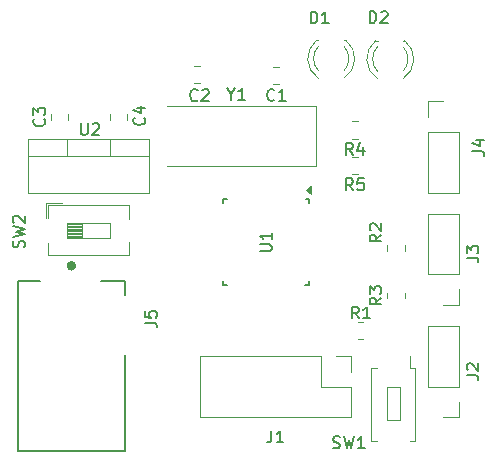
<source format=gbr>
%TF.GenerationSoftware,KiCad,Pcbnew,8.0.5*%
%TF.CreationDate,2024-11-04T19:37:10-07:00*%
%TF.ProjectId,ProjectPCB,50726f6a-6563-4745-9043-422e6b696361,rev?*%
%TF.SameCoordinates,Original*%
%TF.FileFunction,Legend,Top*%
%TF.FilePolarity,Positive*%
%FSLAX46Y46*%
G04 Gerber Fmt 4.6, Leading zero omitted, Abs format (unit mm)*
G04 Created by KiCad (PCBNEW 8.0.5) date 2024-11-04 19:37:10*
%MOMM*%
%LPD*%
G01*
G04 APERTURE LIST*
%ADD10C,0.150000*%
%ADD11C,0.127000*%
%ADD12C,0.400000*%
%ADD13C,0.120000*%
G04 APERTURE END LIST*
D10*
X132223680Y-108820087D02*
X132938410Y-108820087D01*
X132938410Y-108820087D02*
X133081356Y-108867736D01*
X133081356Y-108867736D02*
X133176654Y-108963033D01*
X133176654Y-108963033D02*
X133224302Y-109105979D01*
X133224302Y-109105979D02*
X133224302Y-109201277D01*
X132223680Y-107867114D02*
X132223680Y-108343600D01*
X132223680Y-108343600D02*
X132700167Y-108391249D01*
X132700167Y-108391249D02*
X132652518Y-108343600D01*
X132652518Y-108343600D02*
X132604870Y-108248303D01*
X132604870Y-108248303D02*
X132604870Y-108010060D01*
X132604870Y-108010060D02*
X132652518Y-107914762D01*
X132652518Y-107914762D02*
X132700167Y-107867114D01*
X132700167Y-107867114D02*
X132795464Y-107819465D01*
X132795464Y-107819465D02*
X133033708Y-107819465D01*
X133033708Y-107819465D02*
X133129005Y-107867114D01*
X133129005Y-107867114D02*
X133176654Y-107914762D01*
X133176654Y-107914762D02*
X133224302Y-108010060D01*
X133224302Y-108010060D02*
X133224302Y-108248303D01*
X133224302Y-108248303D02*
X133176654Y-108343600D01*
X133176654Y-108343600D02*
X133129005Y-108391249D01*
X149833333Y-94604819D02*
X149500000Y-94128628D01*
X149261905Y-94604819D02*
X149261905Y-93604819D01*
X149261905Y-93604819D02*
X149642857Y-93604819D01*
X149642857Y-93604819D02*
X149738095Y-93652438D01*
X149738095Y-93652438D02*
X149785714Y-93700057D01*
X149785714Y-93700057D02*
X149833333Y-93795295D01*
X149833333Y-93795295D02*
X149833333Y-93938152D01*
X149833333Y-93938152D02*
X149785714Y-94033390D01*
X149785714Y-94033390D02*
X149738095Y-94081009D01*
X149738095Y-94081009D02*
X149642857Y-94128628D01*
X149642857Y-94128628D02*
X149261905Y-94128628D01*
X150690476Y-93938152D02*
X150690476Y-94604819D01*
X150452381Y-93557200D02*
X150214286Y-94271485D01*
X150214286Y-94271485D02*
X150833333Y-94271485D01*
X159454819Y-103308333D02*
X160169104Y-103308333D01*
X160169104Y-103308333D02*
X160311961Y-103355952D01*
X160311961Y-103355952D02*
X160407200Y-103451190D01*
X160407200Y-103451190D02*
X160454819Y-103594047D01*
X160454819Y-103594047D02*
X160454819Y-103689285D01*
X159454819Y-102927380D02*
X159454819Y-102308333D01*
X159454819Y-102308333D02*
X159835771Y-102641666D01*
X159835771Y-102641666D02*
X159835771Y-102498809D01*
X159835771Y-102498809D02*
X159883390Y-102403571D01*
X159883390Y-102403571D02*
X159931009Y-102355952D01*
X159931009Y-102355952D02*
X160026247Y-102308333D01*
X160026247Y-102308333D02*
X160264342Y-102308333D01*
X160264342Y-102308333D02*
X160359580Y-102355952D01*
X160359580Y-102355952D02*
X160407200Y-102403571D01*
X160407200Y-102403571D02*
X160454819Y-102498809D01*
X160454819Y-102498809D02*
X160454819Y-102784523D01*
X160454819Y-102784523D02*
X160407200Y-102879761D01*
X160407200Y-102879761D02*
X160359580Y-102927380D01*
X139523809Y-89478628D02*
X139523809Y-89954819D01*
X139190476Y-88954819D02*
X139523809Y-89478628D01*
X139523809Y-89478628D02*
X139857142Y-88954819D01*
X140714285Y-89954819D02*
X140142857Y-89954819D01*
X140428571Y-89954819D02*
X140428571Y-88954819D01*
X140428571Y-88954819D02*
X140333333Y-89097676D01*
X140333333Y-89097676D02*
X140238095Y-89192914D01*
X140238095Y-89192914D02*
X140142857Y-89240533D01*
X148166667Y-119407200D02*
X148309524Y-119454819D01*
X148309524Y-119454819D02*
X148547619Y-119454819D01*
X148547619Y-119454819D02*
X148642857Y-119407200D01*
X148642857Y-119407200D02*
X148690476Y-119359580D01*
X148690476Y-119359580D02*
X148738095Y-119264342D01*
X148738095Y-119264342D02*
X148738095Y-119169104D01*
X148738095Y-119169104D02*
X148690476Y-119073866D01*
X148690476Y-119073866D02*
X148642857Y-119026247D01*
X148642857Y-119026247D02*
X148547619Y-118978628D01*
X148547619Y-118978628D02*
X148357143Y-118931009D01*
X148357143Y-118931009D02*
X148261905Y-118883390D01*
X148261905Y-118883390D02*
X148214286Y-118835771D01*
X148214286Y-118835771D02*
X148166667Y-118740533D01*
X148166667Y-118740533D02*
X148166667Y-118645295D01*
X148166667Y-118645295D02*
X148214286Y-118550057D01*
X148214286Y-118550057D02*
X148261905Y-118502438D01*
X148261905Y-118502438D02*
X148357143Y-118454819D01*
X148357143Y-118454819D02*
X148595238Y-118454819D01*
X148595238Y-118454819D02*
X148738095Y-118502438D01*
X149071429Y-118454819D02*
X149309524Y-119454819D01*
X149309524Y-119454819D02*
X149500000Y-118740533D01*
X149500000Y-118740533D02*
X149690476Y-119454819D01*
X149690476Y-119454819D02*
X149928572Y-118454819D01*
X150833333Y-119454819D02*
X150261905Y-119454819D01*
X150547619Y-119454819D02*
X150547619Y-118454819D01*
X150547619Y-118454819D02*
X150452381Y-118597676D01*
X150452381Y-118597676D02*
X150357143Y-118692914D01*
X150357143Y-118692914D02*
X150261905Y-118740533D01*
X121987200Y-102433332D02*
X122034819Y-102290475D01*
X122034819Y-102290475D02*
X122034819Y-102052380D01*
X122034819Y-102052380D02*
X121987200Y-101957142D01*
X121987200Y-101957142D02*
X121939580Y-101909523D01*
X121939580Y-101909523D02*
X121844342Y-101861904D01*
X121844342Y-101861904D02*
X121749104Y-101861904D01*
X121749104Y-101861904D02*
X121653866Y-101909523D01*
X121653866Y-101909523D02*
X121606247Y-101957142D01*
X121606247Y-101957142D02*
X121558628Y-102052380D01*
X121558628Y-102052380D02*
X121511009Y-102242856D01*
X121511009Y-102242856D02*
X121463390Y-102338094D01*
X121463390Y-102338094D02*
X121415771Y-102385713D01*
X121415771Y-102385713D02*
X121320533Y-102433332D01*
X121320533Y-102433332D02*
X121225295Y-102433332D01*
X121225295Y-102433332D02*
X121130057Y-102385713D01*
X121130057Y-102385713D02*
X121082438Y-102338094D01*
X121082438Y-102338094D02*
X121034819Y-102242856D01*
X121034819Y-102242856D02*
X121034819Y-102004761D01*
X121034819Y-102004761D02*
X121082438Y-101861904D01*
X121034819Y-101528570D02*
X122034819Y-101290475D01*
X122034819Y-101290475D02*
X121320533Y-101099999D01*
X121320533Y-101099999D02*
X122034819Y-100909523D01*
X122034819Y-100909523D02*
X121034819Y-100671428D01*
X121130057Y-100338094D02*
X121082438Y-100290475D01*
X121082438Y-100290475D02*
X121034819Y-100195237D01*
X121034819Y-100195237D02*
X121034819Y-99957142D01*
X121034819Y-99957142D02*
X121082438Y-99861904D01*
X121082438Y-99861904D02*
X121130057Y-99814285D01*
X121130057Y-99814285D02*
X121225295Y-99766666D01*
X121225295Y-99766666D02*
X121320533Y-99766666D01*
X121320533Y-99766666D02*
X121463390Y-99814285D01*
X121463390Y-99814285D02*
X122034819Y-100385713D01*
X122034819Y-100385713D02*
X122034819Y-99766666D01*
X136683333Y-89959580D02*
X136635714Y-90007200D01*
X136635714Y-90007200D02*
X136492857Y-90054819D01*
X136492857Y-90054819D02*
X136397619Y-90054819D01*
X136397619Y-90054819D02*
X136254762Y-90007200D01*
X136254762Y-90007200D02*
X136159524Y-89911961D01*
X136159524Y-89911961D02*
X136111905Y-89816723D01*
X136111905Y-89816723D02*
X136064286Y-89626247D01*
X136064286Y-89626247D02*
X136064286Y-89483390D01*
X136064286Y-89483390D02*
X136111905Y-89292914D01*
X136111905Y-89292914D02*
X136159524Y-89197676D01*
X136159524Y-89197676D02*
X136254762Y-89102438D01*
X136254762Y-89102438D02*
X136397619Y-89054819D01*
X136397619Y-89054819D02*
X136492857Y-89054819D01*
X136492857Y-89054819D02*
X136635714Y-89102438D01*
X136635714Y-89102438D02*
X136683333Y-89150057D01*
X137064286Y-89150057D02*
X137111905Y-89102438D01*
X137111905Y-89102438D02*
X137207143Y-89054819D01*
X137207143Y-89054819D02*
X137445238Y-89054819D01*
X137445238Y-89054819D02*
X137540476Y-89102438D01*
X137540476Y-89102438D02*
X137588095Y-89150057D01*
X137588095Y-89150057D02*
X137635714Y-89245295D01*
X137635714Y-89245295D02*
X137635714Y-89340533D01*
X137635714Y-89340533D02*
X137588095Y-89483390D01*
X137588095Y-89483390D02*
X137016667Y-90054819D01*
X137016667Y-90054819D02*
X137635714Y-90054819D01*
X149833333Y-97604819D02*
X149500000Y-97128628D01*
X149261905Y-97604819D02*
X149261905Y-96604819D01*
X149261905Y-96604819D02*
X149642857Y-96604819D01*
X149642857Y-96604819D02*
X149738095Y-96652438D01*
X149738095Y-96652438D02*
X149785714Y-96700057D01*
X149785714Y-96700057D02*
X149833333Y-96795295D01*
X149833333Y-96795295D02*
X149833333Y-96938152D01*
X149833333Y-96938152D02*
X149785714Y-97033390D01*
X149785714Y-97033390D02*
X149738095Y-97081009D01*
X149738095Y-97081009D02*
X149642857Y-97128628D01*
X149642857Y-97128628D02*
X149261905Y-97128628D01*
X150738095Y-96604819D02*
X150261905Y-96604819D01*
X150261905Y-96604819D02*
X150214286Y-97081009D01*
X150214286Y-97081009D02*
X150261905Y-97033390D01*
X150261905Y-97033390D02*
X150357143Y-96985771D01*
X150357143Y-96985771D02*
X150595238Y-96985771D01*
X150595238Y-96985771D02*
X150690476Y-97033390D01*
X150690476Y-97033390D02*
X150738095Y-97081009D01*
X150738095Y-97081009D02*
X150785714Y-97176247D01*
X150785714Y-97176247D02*
X150785714Y-97414342D01*
X150785714Y-97414342D02*
X150738095Y-97509580D01*
X150738095Y-97509580D02*
X150690476Y-97557200D01*
X150690476Y-97557200D02*
X150595238Y-97604819D01*
X150595238Y-97604819D02*
X150357143Y-97604819D01*
X150357143Y-97604819D02*
X150261905Y-97557200D01*
X150261905Y-97557200D02*
X150214286Y-97509580D01*
X132159580Y-91466666D02*
X132207200Y-91514285D01*
X132207200Y-91514285D02*
X132254819Y-91657142D01*
X132254819Y-91657142D02*
X132254819Y-91752380D01*
X132254819Y-91752380D02*
X132207200Y-91895237D01*
X132207200Y-91895237D02*
X132111961Y-91990475D01*
X132111961Y-91990475D02*
X132016723Y-92038094D01*
X132016723Y-92038094D02*
X131826247Y-92085713D01*
X131826247Y-92085713D02*
X131683390Y-92085713D01*
X131683390Y-92085713D02*
X131492914Y-92038094D01*
X131492914Y-92038094D02*
X131397676Y-91990475D01*
X131397676Y-91990475D02*
X131302438Y-91895237D01*
X131302438Y-91895237D02*
X131254819Y-91752380D01*
X131254819Y-91752380D02*
X131254819Y-91657142D01*
X131254819Y-91657142D02*
X131302438Y-91514285D01*
X131302438Y-91514285D02*
X131350057Y-91466666D01*
X131588152Y-90609523D02*
X132254819Y-90609523D01*
X131207200Y-90847618D02*
X131921485Y-91085713D01*
X131921485Y-91085713D02*
X131921485Y-90466666D01*
X143183333Y-89939580D02*
X143135714Y-89987200D01*
X143135714Y-89987200D02*
X142992857Y-90034819D01*
X142992857Y-90034819D02*
X142897619Y-90034819D01*
X142897619Y-90034819D02*
X142754762Y-89987200D01*
X142754762Y-89987200D02*
X142659524Y-89891961D01*
X142659524Y-89891961D02*
X142611905Y-89796723D01*
X142611905Y-89796723D02*
X142564286Y-89606247D01*
X142564286Y-89606247D02*
X142564286Y-89463390D01*
X142564286Y-89463390D02*
X142611905Y-89272914D01*
X142611905Y-89272914D02*
X142659524Y-89177676D01*
X142659524Y-89177676D02*
X142754762Y-89082438D01*
X142754762Y-89082438D02*
X142897619Y-89034819D01*
X142897619Y-89034819D02*
X142992857Y-89034819D01*
X142992857Y-89034819D02*
X143135714Y-89082438D01*
X143135714Y-89082438D02*
X143183333Y-89130057D01*
X144135714Y-90034819D02*
X143564286Y-90034819D01*
X143850000Y-90034819D02*
X143850000Y-89034819D01*
X143850000Y-89034819D02*
X143754762Y-89177676D01*
X143754762Y-89177676D02*
X143659524Y-89272914D01*
X143659524Y-89272914D02*
X143564286Y-89320533D01*
X142941666Y-117954819D02*
X142941666Y-118669104D01*
X142941666Y-118669104D02*
X142894047Y-118811961D01*
X142894047Y-118811961D02*
X142798809Y-118907200D01*
X142798809Y-118907200D02*
X142655952Y-118954819D01*
X142655952Y-118954819D02*
X142560714Y-118954819D01*
X143941666Y-118954819D02*
X143370238Y-118954819D01*
X143655952Y-118954819D02*
X143655952Y-117954819D01*
X143655952Y-117954819D02*
X143560714Y-118097676D01*
X143560714Y-118097676D02*
X143465476Y-118192914D01*
X143465476Y-118192914D02*
X143370238Y-118240533D01*
X150333333Y-108454819D02*
X150000000Y-107978628D01*
X149761905Y-108454819D02*
X149761905Y-107454819D01*
X149761905Y-107454819D02*
X150142857Y-107454819D01*
X150142857Y-107454819D02*
X150238095Y-107502438D01*
X150238095Y-107502438D02*
X150285714Y-107550057D01*
X150285714Y-107550057D02*
X150333333Y-107645295D01*
X150333333Y-107645295D02*
X150333333Y-107788152D01*
X150333333Y-107788152D02*
X150285714Y-107883390D01*
X150285714Y-107883390D02*
X150238095Y-107931009D01*
X150238095Y-107931009D02*
X150142857Y-107978628D01*
X150142857Y-107978628D02*
X149761905Y-107978628D01*
X151285714Y-108454819D02*
X150714286Y-108454819D01*
X151000000Y-108454819D02*
X151000000Y-107454819D01*
X151000000Y-107454819D02*
X150904762Y-107597676D01*
X150904762Y-107597676D02*
X150809524Y-107692914D01*
X150809524Y-107692914D02*
X150714286Y-107740533D01*
X126798095Y-91909819D02*
X126798095Y-92719342D01*
X126798095Y-92719342D02*
X126845714Y-92814580D01*
X126845714Y-92814580D02*
X126893333Y-92862200D01*
X126893333Y-92862200D02*
X126988571Y-92909819D01*
X126988571Y-92909819D02*
X127179047Y-92909819D01*
X127179047Y-92909819D02*
X127274285Y-92862200D01*
X127274285Y-92862200D02*
X127321904Y-92814580D01*
X127321904Y-92814580D02*
X127369523Y-92719342D01*
X127369523Y-92719342D02*
X127369523Y-91909819D01*
X127798095Y-92005057D02*
X127845714Y-91957438D01*
X127845714Y-91957438D02*
X127940952Y-91909819D01*
X127940952Y-91909819D02*
X128179047Y-91909819D01*
X128179047Y-91909819D02*
X128274285Y-91957438D01*
X128274285Y-91957438D02*
X128321904Y-92005057D01*
X128321904Y-92005057D02*
X128369523Y-92100295D01*
X128369523Y-92100295D02*
X128369523Y-92195533D01*
X128369523Y-92195533D02*
X128321904Y-92338390D01*
X128321904Y-92338390D02*
X127750476Y-92909819D01*
X127750476Y-92909819D02*
X128369523Y-92909819D01*
X159454819Y-113253333D02*
X160169104Y-113253333D01*
X160169104Y-113253333D02*
X160311961Y-113300952D01*
X160311961Y-113300952D02*
X160407200Y-113396190D01*
X160407200Y-113396190D02*
X160454819Y-113539047D01*
X160454819Y-113539047D02*
X160454819Y-113634285D01*
X159550057Y-112824761D02*
X159502438Y-112777142D01*
X159502438Y-112777142D02*
X159454819Y-112681904D01*
X159454819Y-112681904D02*
X159454819Y-112443809D01*
X159454819Y-112443809D02*
X159502438Y-112348571D01*
X159502438Y-112348571D02*
X159550057Y-112300952D01*
X159550057Y-112300952D02*
X159645295Y-112253333D01*
X159645295Y-112253333D02*
X159740533Y-112253333D01*
X159740533Y-112253333D02*
X159883390Y-112300952D01*
X159883390Y-112300952D02*
X160454819Y-112872380D01*
X160454819Y-112872380D02*
X160454819Y-112253333D01*
X123679580Y-91566666D02*
X123727200Y-91614285D01*
X123727200Y-91614285D02*
X123774819Y-91757142D01*
X123774819Y-91757142D02*
X123774819Y-91852380D01*
X123774819Y-91852380D02*
X123727200Y-91995237D01*
X123727200Y-91995237D02*
X123631961Y-92090475D01*
X123631961Y-92090475D02*
X123536723Y-92138094D01*
X123536723Y-92138094D02*
X123346247Y-92185713D01*
X123346247Y-92185713D02*
X123203390Y-92185713D01*
X123203390Y-92185713D02*
X123012914Y-92138094D01*
X123012914Y-92138094D02*
X122917676Y-92090475D01*
X122917676Y-92090475D02*
X122822438Y-91995237D01*
X122822438Y-91995237D02*
X122774819Y-91852380D01*
X122774819Y-91852380D02*
X122774819Y-91757142D01*
X122774819Y-91757142D02*
X122822438Y-91614285D01*
X122822438Y-91614285D02*
X122870057Y-91566666D01*
X122774819Y-91233332D02*
X122774819Y-90614285D01*
X122774819Y-90614285D02*
X123155771Y-90947618D01*
X123155771Y-90947618D02*
X123155771Y-90804761D01*
X123155771Y-90804761D02*
X123203390Y-90709523D01*
X123203390Y-90709523D02*
X123251009Y-90661904D01*
X123251009Y-90661904D02*
X123346247Y-90614285D01*
X123346247Y-90614285D02*
X123584342Y-90614285D01*
X123584342Y-90614285D02*
X123679580Y-90661904D01*
X123679580Y-90661904D02*
X123727200Y-90709523D01*
X123727200Y-90709523D02*
X123774819Y-90804761D01*
X123774819Y-90804761D02*
X123774819Y-91090475D01*
X123774819Y-91090475D02*
X123727200Y-91185713D01*
X123727200Y-91185713D02*
X123679580Y-91233332D01*
X141954819Y-102761904D02*
X142764342Y-102761904D01*
X142764342Y-102761904D02*
X142859580Y-102714285D01*
X142859580Y-102714285D02*
X142907200Y-102666666D01*
X142907200Y-102666666D02*
X142954819Y-102571428D01*
X142954819Y-102571428D02*
X142954819Y-102380952D01*
X142954819Y-102380952D02*
X142907200Y-102285714D01*
X142907200Y-102285714D02*
X142859580Y-102238095D01*
X142859580Y-102238095D02*
X142764342Y-102190476D01*
X142764342Y-102190476D02*
X141954819Y-102190476D01*
X142954819Y-101190476D02*
X142954819Y-101761904D01*
X142954819Y-101476190D02*
X141954819Y-101476190D01*
X141954819Y-101476190D02*
X142097676Y-101571428D01*
X142097676Y-101571428D02*
X142192914Y-101666666D01*
X142192914Y-101666666D02*
X142240533Y-101761904D01*
X152254819Y-106706666D02*
X151778628Y-107039999D01*
X152254819Y-107278094D02*
X151254819Y-107278094D01*
X151254819Y-107278094D02*
X151254819Y-106897142D01*
X151254819Y-106897142D02*
X151302438Y-106801904D01*
X151302438Y-106801904D02*
X151350057Y-106754285D01*
X151350057Y-106754285D02*
X151445295Y-106706666D01*
X151445295Y-106706666D02*
X151588152Y-106706666D01*
X151588152Y-106706666D02*
X151683390Y-106754285D01*
X151683390Y-106754285D02*
X151731009Y-106801904D01*
X151731009Y-106801904D02*
X151778628Y-106897142D01*
X151778628Y-106897142D02*
X151778628Y-107278094D01*
X151254819Y-106373332D02*
X151254819Y-105754285D01*
X151254819Y-105754285D02*
X151635771Y-106087618D01*
X151635771Y-106087618D02*
X151635771Y-105944761D01*
X151635771Y-105944761D02*
X151683390Y-105849523D01*
X151683390Y-105849523D02*
X151731009Y-105801904D01*
X151731009Y-105801904D02*
X151826247Y-105754285D01*
X151826247Y-105754285D02*
X152064342Y-105754285D01*
X152064342Y-105754285D02*
X152159580Y-105801904D01*
X152159580Y-105801904D02*
X152207200Y-105849523D01*
X152207200Y-105849523D02*
X152254819Y-105944761D01*
X152254819Y-105944761D02*
X152254819Y-106230475D01*
X152254819Y-106230475D02*
X152207200Y-106325713D01*
X152207200Y-106325713D02*
X152159580Y-106373332D01*
X151261905Y-83454819D02*
X151261905Y-82454819D01*
X151261905Y-82454819D02*
X151500000Y-82454819D01*
X151500000Y-82454819D02*
X151642857Y-82502438D01*
X151642857Y-82502438D02*
X151738095Y-82597676D01*
X151738095Y-82597676D02*
X151785714Y-82692914D01*
X151785714Y-82692914D02*
X151833333Y-82883390D01*
X151833333Y-82883390D02*
X151833333Y-83026247D01*
X151833333Y-83026247D02*
X151785714Y-83216723D01*
X151785714Y-83216723D02*
X151738095Y-83311961D01*
X151738095Y-83311961D02*
X151642857Y-83407200D01*
X151642857Y-83407200D02*
X151500000Y-83454819D01*
X151500000Y-83454819D02*
X151261905Y-83454819D01*
X152214286Y-82550057D02*
X152261905Y-82502438D01*
X152261905Y-82502438D02*
X152357143Y-82454819D01*
X152357143Y-82454819D02*
X152595238Y-82454819D01*
X152595238Y-82454819D02*
X152690476Y-82502438D01*
X152690476Y-82502438D02*
X152738095Y-82550057D01*
X152738095Y-82550057D02*
X152785714Y-82645295D01*
X152785714Y-82645295D02*
X152785714Y-82740533D01*
X152785714Y-82740533D02*
X152738095Y-82883390D01*
X152738095Y-82883390D02*
X152166667Y-83454819D01*
X152166667Y-83454819D02*
X152785714Y-83454819D01*
X152254819Y-101366666D02*
X151778628Y-101699999D01*
X152254819Y-101938094D02*
X151254819Y-101938094D01*
X151254819Y-101938094D02*
X151254819Y-101557142D01*
X151254819Y-101557142D02*
X151302438Y-101461904D01*
X151302438Y-101461904D02*
X151350057Y-101414285D01*
X151350057Y-101414285D02*
X151445295Y-101366666D01*
X151445295Y-101366666D02*
X151588152Y-101366666D01*
X151588152Y-101366666D02*
X151683390Y-101414285D01*
X151683390Y-101414285D02*
X151731009Y-101461904D01*
X151731009Y-101461904D02*
X151778628Y-101557142D01*
X151778628Y-101557142D02*
X151778628Y-101938094D01*
X151350057Y-100985713D02*
X151302438Y-100938094D01*
X151302438Y-100938094D02*
X151254819Y-100842856D01*
X151254819Y-100842856D02*
X151254819Y-100604761D01*
X151254819Y-100604761D02*
X151302438Y-100509523D01*
X151302438Y-100509523D02*
X151350057Y-100461904D01*
X151350057Y-100461904D02*
X151445295Y-100414285D01*
X151445295Y-100414285D02*
X151540533Y-100414285D01*
X151540533Y-100414285D02*
X151683390Y-100461904D01*
X151683390Y-100461904D02*
X152254819Y-101033332D01*
X152254819Y-101033332D02*
X152254819Y-100414285D01*
X146261905Y-83474819D02*
X146261905Y-82474819D01*
X146261905Y-82474819D02*
X146500000Y-82474819D01*
X146500000Y-82474819D02*
X146642857Y-82522438D01*
X146642857Y-82522438D02*
X146738095Y-82617676D01*
X146738095Y-82617676D02*
X146785714Y-82712914D01*
X146785714Y-82712914D02*
X146833333Y-82903390D01*
X146833333Y-82903390D02*
X146833333Y-83046247D01*
X146833333Y-83046247D02*
X146785714Y-83236723D01*
X146785714Y-83236723D02*
X146738095Y-83331961D01*
X146738095Y-83331961D02*
X146642857Y-83427200D01*
X146642857Y-83427200D02*
X146500000Y-83474819D01*
X146500000Y-83474819D02*
X146261905Y-83474819D01*
X147785714Y-83474819D02*
X147214286Y-83474819D01*
X147500000Y-83474819D02*
X147500000Y-82474819D01*
X147500000Y-82474819D02*
X147404762Y-82617676D01*
X147404762Y-82617676D02*
X147309524Y-82712914D01*
X147309524Y-82712914D02*
X147214286Y-82760533D01*
X159954819Y-94293333D02*
X160669104Y-94293333D01*
X160669104Y-94293333D02*
X160811961Y-94340952D01*
X160811961Y-94340952D02*
X160907200Y-94436190D01*
X160907200Y-94436190D02*
X160954819Y-94579047D01*
X160954819Y-94579047D02*
X160954819Y-94674285D01*
X160288152Y-93388571D02*
X160954819Y-93388571D01*
X159907200Y-93626666D02*
X160621485Y-93864761D01*
X160621485Y-93864761D02*
X160621485Y-93245714D01*
D11*
%TO.C,J5*%
X130500000Y-119700000D02*
X121500000Y-119700000D01*
X121500000Y-119700000D02*
X121500000Y-105300000D01*
X130500000Y-105300000D02*
X130500000Y-106450000D01*
X121500000Y-105300000D02*
X123350000Y-105300000D01*
X130500000Y-111550000D02*
X130500000Y-119700000D01*
X128550000Y-105300000D02*
X130500000Y-105300000D01*
D12*
X126200000Y-104000000D02*
G75*
G02*
X125800000Y-104000000I-200000J0D01*
G01*
X125800000Y-104000000D02*
G75*
G02*
X126200000Y-104000000I200000J0D01*
G01*
D13*
%TO.C,R4*%
X150227064Y-91765000D02*
X149772936Y-91765000D01*
X150227064Y-93235000D02*
X149772936Y-93235000D01*
%TO.C,J3*%
X156170000Y-104730000D02*
X156170000Y-99590000D01*
X158830000Y-99590000D02*
X156170000Y-99590000D01*
X158830000Y-104730000D02*
X156170000Y-104730000D01*
X158830000Y-104730000D02*
X158830000Y-99590000D01*
X158830000Y-106000000D02*
X158830000Y-107330000D01*
X158830000Y-107330000D02*
X157500000Y-107330000D01*
%TO.C,Y1*%
X134100000Y-95550000D02*
X146700000Y-95550000D01*
X146700000Y-90450000D02*
X134100000Y-90450000D01*
X146700000Y-95550000D02*
X146700000Y-90450000D01*
%TO.C,SW1*%
X151400000Y-112650000D02*
X151400000Y-118850000D01*
X151860000Y-112650000D02*
X151400000Y-112650000D01*
X151860000Y-118850000D02*
X151400000Y-118850000D01*
X154640000Y-112650000D02*
X154640000Y-111650000D01*
X155100000Y-112650000D02*
X154640000Y-112650000D01*
X155100000Y-118850000D02*
X154640000Y-118850000D01*
X155100000Y-118850000D02*
X155100000Y-112650000D01*
X153800000Y-114250000D02*
X152750000Y-114250000D01*
X152750000Y-117100000D01*
X153800000Y-117100000D01*
X153800000Y-114250000D01*
%TO.C,SW2*%
X123820000Y-98650000D02*
X123820000Y-99960000D01*
X123820000Y-98650000D02*
X125203000Y-98650000D01*
X124060000Y-98890000D02*
X124060000Y-99960000D01*
X124060000Y-98890000D02*
X130881000Y-98890000D01*
X124060000Y-102040000D02*
X124060000Y-103110000D01*
X124060000Y-103110000D02*
X130881000Y-103110000D01*
X125660000Y-100365000D02*
X125660000Y-101635000D01*
X125660000Y-100485000D02*
X126866667Y-100485000D01*
X125660000Y-100605000D02*
X126866667Y-100605000D01*
X125660000Y-100725000D02*
X126866667Y-100725000D01*
X125660000Y-100845000D02*
X126866667Y-100845000D01*
X125660000Y-100965000D02*
X126866667Y-100965000D01*
X125660000Y-101085000D02*
X126866667Y-101085000D01*
X125660000Y-101205000D02*
X126866667Y-101205000D01*
X125660000Y-101325000D02*
X126866667Y-101325000D01*
X125660000Y-101445000D02*
X126866667Y-101445000D01*
X125660000Y-101565000D02*
X126866667Y-101565000D01*
X125660000Y-101635000D02*
X129280000Y-101635000D01*
X126866667Y-100365000D02*
X126866667Y-101635000D01*
X129280000Y-100365000D02*
X125660000Y-100365000D01*
X129280000Y-101635000D02*
X129280000Y-100365000D01*
X130881000Y-98890000D02*
X130881000Y-100010000D01*
X130881000Y-101990000D02*
X130881000Y-103110000D01*
%TO.C,C2*%
X136388748Y-87065000D02*
X136911252Y-87065000D01*
X136388748Y-88535000D02*
X136911252Y-88535000D01*
%TO.C,R5*%
X150227064Y-94765000D02*
X149772936Y-94765000D01*
X150227064Y-96235000D02*
X149772936Y-96235000D01*
%TO.C,C4*%
X129265000Y-91661252D02*
X129265000Y-91138748D01*
X130735000Y-91661252D02*
X130735000Y-91138748D01*
%TO.C,C1*%
X143611252Y-87165000D02*
X143088748Y-87165000D01*
X143611252Y-88635000D02*
X143088748Y-88635000D01*
%TO.C,J1*%
X136885000Y-111645000D02*
X136885000Y-116845000D01*
X147105000Y-111645000D02*
X136885000Y-111645000D01*
X147105000Y-111645000D02*
X147105000Y-114245000D01*
X147105000Y-114245000D02*
X149705000Y-114245000D01*
X148375000Y-111645000D02*
X149705000Y-111645000D01*
X149705000Y-111645000D02*
X149705000Y-112975000D01*
X149705000Y-114245000D02*
X149705000Y-116845000D01*
X149705000Y-116845000D02*
X136885000Y-116845000D01*
%TO.C,R1*%
X150727064Y-108765000D02*
X150272936Y-108765000D01*
X150727064Y-110235000D02*
X150272936Y-110235000D01*
%TO.C,U2*%
X122340000Y-93230000D02*
X122340000Y-97871000D01*
X122340000Y-93230000D02*
X132580000Y-93230000D01*
X122340000Y-94740000D02*
X132580000Y-94740000D01*
X122340000Y-97871000D02*
X132580000Y-97871000D01*
X125610000Y-93230000D02*
X125610000Y-94740000D01*
X129311000Y-93230000D02*
X129311000Y-94740000D01*
X132580000Y-93230000D02*
X132580000Y-97871000D01*
%TO.C,J2*%
X156170000Y-114230000D02*
X156170000Y-109090000D01*
X158830000Y-109090000D02*
X156170000Y-109090000D01*
X158830000Y-114230000D02*
X156170000Y-114230000D01*
X158830000Y-114230000D02*
X158830000Y-109090000D01*
X158830000Y-115500000D02*
X158830000Y-116830000D01*
X158830000Y-116830000D02*
X157500000Y-116830000D01*
%TO.C,C3*%
X124265000Y-91661252D02*
X124265000Y-91138748D01*
X125735000Y-91661252D02*
X125735000Y-91138748D01*
D10*
%TO.C,U1*%
X138875000Y-98375000D02*
X138875000Y-98700000D01*
X138875000Y-98375000D02*
X139200000Y-98375000D01*
X138875000Y-105625000D02*
X138875000Y-105300000D01*
X138875000Y-105625000D02*
X139200000Y-105625000D01*
X146125000Y-98375000D02*
X145900000Y-98375000D01*
X146125000Y-98375000D02*
X146125000Y-98700000D01*
X146125000Y-105625000D02*
X145800000Y-105625000D01*
X146125000Y-105625000D02*
X146125000Y-105300000D01*
D13*
X146310000Y-97950000D02*
X145840000Y-97610000D01*
X146310000Y-97270000D01*
X146310000Y-97950000D01*
G36*
X146310000Y-97950000D02*
G01*
X145840000Y-97610000D01*
X146310000Y-97270000D01*
X146310000Y-97950000D01*
G37*
%TO.C,R3*%
X152765000Y-106312936D02*
X152765000Y-106767064D01*
X154235000Y-106312936D02*
X154235000Y-106767064D01*
%TO.C,D2*%
X151920000Y-84935000D02*
X151764000Y-84935000D01*
X154236000Y-84935000D02*
X154080000Y-84935000D01*
X151920163Y-87536130D02*
G75*
G02*
X151920000Y-85454039I1079837J1041130D01*
G01*
X151921392Y-88167335D02*
G75*
G02*
X151764484Y-84935000I1078608J1672335D01*
G01*
X154080000Y-85454039D02*
G75*
G02*
X154079837Y-87536130I-1080000J-1040961D01*
G01*
X154235516Y-84935000D02*
G75*
G02*
X154078608Y-88167335I-1235516J-1560000D01*
G01*
%TO.C,R2*%
X152765000Y-102727064D02*
X152765000Y-102272936D01*
X154235000Y-102727064D02*
X154235000Y-102272936D01*
%TO.C,D1*%
X146920000Y-84895000D02*
X146764000Y-84895000D01*
X149236000Y-84895000D02*
X149080000Y-84895000D01*
X146920163Y-87496130D02*
G75*
G02*
X146920000Y-85414039I1079837J1041130D01*
G01*
X146921392Y-88127335D02*
G75*
G02*
X146764484Y-84895000I1078608J1672335D01*
G01*
X149080000Y-85414039D02*
G75*
G02*
X149079837Y-87496130I-1080000J-1040961D01*
G01*
X149235516Y-84895000D02*
G75*
G02*
X149078608Y-88127335I-1235516J-1560000D01*
G01*
%TO.C,J4*%
X156170000Y-90090000D02*
X157500000Y-90090000D01*
X156170000Y-91420000D02*
X156170000Y-90090000D01*
X156170000Y-92690000D02*
X156170000Y-97830000D01*
X156170000Y-92690000D02*
X158830000Y-92690000D01*
X156170000Y-97830000D02*
X158830000Y-97830000D01*
X158830000Y-92690000D02*
X158830000Y-97830000D01*
%TD*%
M02*

</source>
